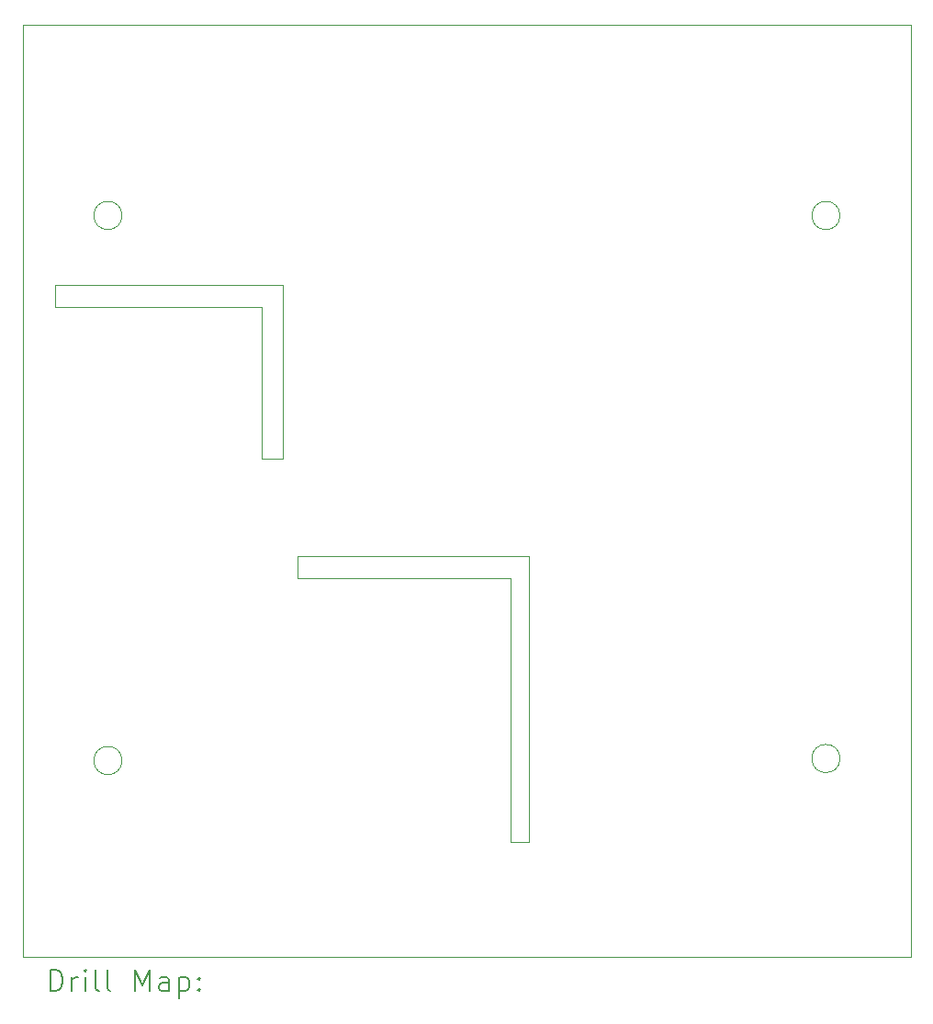
<source format=gbr>
%TF.GenerationSoftware,KiCad,Pcbnew,(6.0.9)*%
%TF.CreationDate,2023-01-13T11:10:19+01:00*%
%TF.ProjectId,heating-controller,68656174-696e-4672-9d63-6f6e74726f6c,rev?*%
%TF.SameCoordinates,Original*%
%TF.FileFunction,Drillmap*%
%TF.FilePolarity,Positive*%
%FSLAX45Y45*%
G04 Gerber Fmt 4.5, Leading zero omitted, Abs format (unit mm)*
G04 Created by KiCad (PCBNEW (6.0.9)) date 2023-01-13 11:10:19*
%MOMM*%
%LPD*%
G01*
G04 APERTURE LIST*
%ADD10C,0.100000*%
%ADD11C,0.200000*%
G04 APERTURE END LIST*
D10*
X2930000Y-3770000D02*
G75*
G03*
X2930000Y-3770000I-130000J0D01*
G01*
X6680000Y-9541100D02*
X6515000Y-9541100D01*
X6515000Y-7112860D01*
X4549920Y-7112860D01*
X4549920Y-6910000D01*
X6680000Y-6910000D01*
X6680000Y-9541100D01*
X2015000Y-2010000D02*
X10200000Y-2010000D01*
X10200000Y-2010000D02*
X10200000Y-10600000D01*
X10200000Y-10600000D02*
X2015000Y-10600000D01*
X2015000Y-10600000D02*
X2015000Y-2010000D01*
X2930000Y-8790000D02*
G75*
G03*
X2930000Y-8790000I-130000J0D01*
G01*
X9550000Y-3770000D02*
G75*
G03*
X9550000Y-3770000I-130000J0D01*
G01*
X4415000Y-6010000D02*
X4215000Y-6010000D01*
X4215000Y-4610000D01*
X2315000Y-4610000D01*
X2315000Y-4410000D01*
X4415000Y-4410000D01*
X4415000Y-6010000D01*
X9550000Y-8771480D02*
G75*
G03*
X9550000Y-8771480I-130000J0D01*
G01*
D11*
X2267619Y-10915476D02*
X2267619Y-10715476D01*
X2315238Y-10715476D01*
X2343810Y-10725000D01*
X2362857Y-10744048D01*
X2372381Y-10763095D01*
X2381905Y-10801190D01*
X2381905Y-10829762D01*
X2372381Y-10867857D01*
X2362857Y-10886905D01*
X2343810Y-10905952D01*
X2315238Y-10915476D01*
X2267619Y-10915476D01*
X2467619Y-10915476D02*
X2467619Y-10782143D01*
X2467619Y-10820238D02*
X2477143Y-10801190D01*
X2486667Y-10791667D01*
X2505714Y-10782143D01*
X2524762Y-10782143D01*
X2591429Y-10915476D02*
X2591429Y-10782143D01*
X2591429Y-10715476D02*
X2581905Y-10725000D01*
X2591429Y-10734524D01*
X2600952Y-10725000D01*
X2591429Y-10715476D01*
X2591429Y-10734524D01*
X2715238Y-10915476D02*
X2696190Y-10905952D01*
X2686667Y-10886905D01*
X2686667Y-10715476D01*
X2820000Y-10915476D02*
X2800952Y-10905952D01*
X2791429Y-10886905D01*
X2791429Y-10715476D01*
X3048571Y-10915476D02*
X3048571Y-10715476D01*
X3115238Y-10858333D01*
X3181905Y-10715476D01*
X3181905Y-10915476D01*
X3362857Y-10915476D02*
X3362857Y-10810714D01*
X3353333Y-10791667D01*
X3334286Y-10782143D01*
X3296190Y-10782143D01*
X3277143Y-10791667D01*
X3362857Y-10905952D02*
X3343809Y-10915476D01*
X3296190Y-10915476D01*
X3277143Y-10905952D01*
X3267619Y-10886905D01*
X3267619Y-10867857D01*
X3277143Y-10848810D01*
X3296190Y-10839286D01*
X3343809Y-10839286D01*
X3362857Y-10829762D01*
X3458095Y-10782143D02*
X3458095Y-10982143D01*
X3458095Y-10791667D02*
X3477143Y-10782143D01*
X3515238Y-10782143D01*
X3534286Y-10791667D01*
X3543809Y-10801190D01*
X3553333Y-10820238D01*
X3553333Y-10877381D01*
X3543809Y-10896429D01*
X3534286Y-10905952D01*
X3515238Y-10915476D01*
X3477143Y-10915476D01*
X3458095Y-10905952D01*
X3639048Y-10896429D02*
X3648571Y-10905952D01*
X3639048Y-10915476D01*
X3629524Y-10905952D01*
X3639048Y-10896429D01*
X3639048Y-10915476D01*
X3639048Y-10791667D02*
X3648571Y-10801190D01*
X3639048Y-10810714D01*
X3629524Y-10801190D01*
X3639048Y-10791667D01*
X3639048Y-10810714D01*
M02*

</source>
